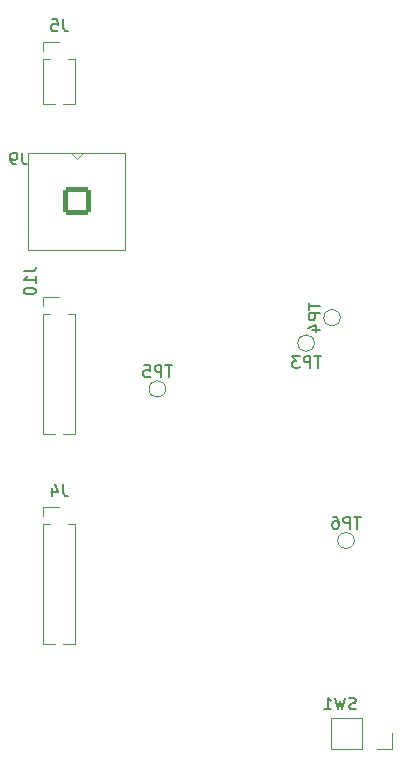
<source format=gbo>
G04 #@! TF.GenerationSoftware,KiCad,Pcbnew,7.0.11-7.0.11~ubuntu23.10.1*
G04 #@! TF.CreationDate,2024-06-16T14:32:52+02:00*
G04 #@! TF.ProjectId,WiRoc_NanoPi,5769526f-635f-44e6-916e-6f50692e6b69,rev?*
G04 #@! TF.SameCoordinates,Original*
G04 #@! TF.FileFunction,Legend,Bot*
G04 #@! TF.FilePolarity,Positive*
%FSLAX46Y46*%
G04 Gerber Fmt 4.6, Leading zero omitted, Abs format (unit mm)*
G04 Created by KiCad (PCBNEW 7.0.11-7.0.11~ubuntu23.10.1) date 2024-06-16 14:32:52*
%MOMM*%
%LPD*%
G01*
G04 APERTURE LIST*
G04 Aperture macros list*
%AMRoundRect*
0 Rectangle with rounded corners*
0 $1 Rounding radius*
0 $2 $3 $4 $5 $6 $7 $8 $9 X,Y pos of 4 corners*
0 Add a 4 corners polygon primitive as box body*
4,1,4,$2,$3,$4,$5,$6,$7,$8,$9,$2,$3,0*
0 Add four circle primitives for the rounded corners*
1,1,$1+$1,$2,$3*
1,1,$1+$1,$4,$5*
1,1,$1+$1,$6,$7*
1,1,$1+$1,$8,$9*
0 Add four rect primitives between the rounded corners*
20,1,$1+$1,$2,$3,$4,$5,0*
20,1,$1+$1,$4,$5,$6,$7,0*
20,1,$1+$1,$6,$7,$8,$9,0*
20,1,$1+$1,$8,$9,$2,$3,0*%
G04 Aperture macros list end*
%ADD10C,0.150000*%
%ADD11C,0.120000*%
%ADD12R,1.700000X1.700000*%
%ADD13O,1.700000X1.700000*%
%ADD14R,1.000000X1.000000*%
%ADD15O,1.000000X1.000000*%
%ADD16C,1.000000*%
%ADD17RoundRect,0.200100X-0.949900X0.949900X-0.949900X-0.949900X0.949900X-0.949900X0.949900X0.949900X0*%
%ADD18C,2.500000*%
G04 APERTURE END LIST*
D10*
X23066819Y34781905D02*
X23066819Y34210477D01*
X24066819Y34496191D02*
X23066819Y34496191D01*
X24066819Y33877143D02*
X23066819Y33877143D01*
X23066819Y33877143D02*
X23066819Y33496191D01*
X23066819Y33496191D02*
X23114438Y33400953D01*
X23114438Y33400953D02*
X23162057Y33353334D01*
X23162057Y33353334D02*
X23257295Y33305715D01*
X23257295Y33305715D02*
X23400152Y33305715D01*
X23400152Y33305715D02*
X23495390Y33353334D01*
X23495390Y33353334D02*
X23543009Y33400953D01*
X23543009Y33400953D02*
X23590628Y33496191D01*
X23590628Y33496191D02*
X23590628Y33877143D01*
X23400152Y32448572D02*
X24066819Y32448572D01*
X23019200Y32686667D02*
X23733485Y32924762D01*
X23733485Y32924762D02*
X23733485Y32305715D01*
X27062072Y407680D02*
X26919215Y360061D01*
X26919215Y360061D02*
X26681120Y360061D01*
X26681120Y360061D02*
X26585882Y407680D01*
X26585882Y407680D02*
X26538263Y455300D01*
X26538263Y455300D02*
X26490644Y550538D01*
X26490644Y550538D02*
X26490644Y645776D01*
X26490644Y645776D02*
X26538263Y741014D01*
X26538263Y741014D02*
X26585882Y788633D01*
X26585882Y788633D02*
X26681120Y836252D01*
X26681120Y836252D02*
X26871596Y883871D01*
X26871596Y883871D02*
X26966834Y931490D01*
X26966834Y931490D02*
X27014453Y979109D01*
X27014453Y979109D02*
X27062072Y1074347D01*
X27062072Y1074347D02*
X27062072Y1169585D01*
X27062072Y1169585D02*
X27014453Y1264823D01*
X27014453Y1264823D02*
X26966834Y1312442D01*
X26966834Y1312442D02*
X26871596Y1360061D01*
X26871596Y1360061D02*
X26633501Y1360061D01*
X26633501Y1360061D02*
X26490644Y1312442D01*
X26157310Y1360061D02*
X25919215Y360061D01*
X25919215Y360061D02*
X25728739Y1074347D01*
X25728739Y1074347D02*
X25538263Y360061D01*
X25538263Y360061D02*
X25300168Y1360061D01*
X24395406Y360061D02*
X24966834Y360061D01*
X24681120Y360061D02*
X24681120Y1360061D01*
X24681120Y1360061D02*
X24776358Y1217204D01*
X24776358Y1217204D02*
X24871596Y1121966D01*
X24871596Y1121966D02*
X24966834Y1074347D01*
X-1166667Y47495181D02*
X-1166667Y46780896D01*
X-1166667Y46780896D02*
X-1119048Y46638039D01*
X-1119048Y46638039D02*
X-1023810Y46542800D01*
X-1023810Y46542800D02*
X-880953Y46495181D01*
X-880953Y46495181D02*
X-785715Y46495181D01*
X-1690477Y46495181D02*
X-1880953Y46495181D01*
X-1880953Y46495181D02*
X-1976191Y46542800D01*
X-1976191Y46542800D02*
X-2023810Y46590420D01*
X-2023810Y46590420D02*
X-2119048Y46733277D01*
X-2119048Y46733277D02*
X-2166667Y46923753D01*
X-2166667Y46923753D02*
X-2166667Y47304705D01*
X-2166667Y47304705D02*
X-2119048Y47399943D01*
X-2119048Y47399943D02*
X-2071429Y47447562D01*
X-2071429Y47447562D02*
X-1976191Y47495181D01*
X-1976191Y47495181D02*
X-1785715Y47495181D01*
X-1785715Y47495181D02*
X-1690477Y47447562D01*
X-1690477Y47447562D02*
X-1642858Y47399943D01*
X-1642858Y47399943D02*
X-1595239Y47304705D01*
X-1595239Y47304705D02*
X-1595239Y47066610D01*
X-1595239Y47066610D02*
X-1642858Y46971372D01*
X-1642858Y46971372D02*
X-1690477Y46923753D01*
X-1690477Y46923753D02*
X-1785715Y46876134D01*
X-1785715Y46876134D02*
X-1976191Y46876134D01*
X-1976191Y46876134D02*
X-2071429Y46923753D01*
X-2071429Y46923753D02*
X-2119048Y46971372D01*
X-2119048Y46971372D02*
X-2166667Y47066610D01*
X24121904Y30263181D02*
X23550476Y30263181D01*
X23836190Y29263181D02*
X23836190Y30263181D01*
X23217142Y29263181D02*
X23217142Y30263181D01*
X23217142Y30263181D02*
X22836190Y30263181D01*
X22836190Y30263181D02*
X22740952Y30215562D01*
X22740952Y30215562D02*
X22693333Y30167943D01*
X22693333Y30167943D02*
X22645714Y30072705D01*
X22645714Y30072705D02*
X22645714Y29929848D01*
X22645714Y29929848D02*
X22693333Y29834610D01*
X22693333Y29834610D02*
X22740952Y29786991D01*
X22740952Y29786991D02*
X22836190Y29739372D01*
X22836190Y29739372D02*
X23217142Y29739372D01*
X22312380Y30263181D02*
X21693333Y30263181D01*
X21693333Y30263181D02*
X22026666Y29882229D01*
X22026666Y29882229D02*
X21883809Y29882229D01*
X21883809Y29882229D02*
X21788571Y29834610D01*
X21788571Y29834610D02*
X21740952Y29786991D01*
X21740952Y29786991D02*
X21693333Y29691753D01*
X21693333Y29691753D02*
X21693333Y29453658D01*
X21693333Y29453658D02*
X21740952Y29358420D01*
X21740952Y29358420D02*
X21788571Y29310800D01*
X21788571Y29310800D02*
X21883809Y29263181D01*
X21883809Y29263181D02*
X22169523Y29263181D01*
X22169523Y29263181D02*
X22264761Y29310800D01*
X22264761Y29310800D02*
X22312380Y29358420D01*
X-1045181Y37449524D02*
X-330896Y37449524D01*
X-330896Y37449524D02*
X-188039Y37497143D01*
X-188039Y37497143D02*
X-92800Y37592381D01*
X-92800Y37592381D02*
X-45181Y37735238D01*
X-45181Y37735238D02*
X-45181Y37830476D01*
X-45181Y36449524D02*
X-45181Y37020952D01*
X-45181Y36735238D02*
X-1045181Y36735238D01*
X-1045181Y36735238D02*
X-902324Y36830476D01*
X-902324Y36830476D02*
X-807086Y36925714D01*
X-807086Y36925714D02*
X-759467Y37020952D01*
X-1045181Y35830476D02*
X-1045181Y35735238D01*
X-1045181Y35735238D02*
X-997562Y35640000D01*
X-997562Y35640000D02*
X-949943Y35592381D01*
X-949943Y35592381D02*
X-854705Y35544762D01*
X-854705Y35544762D02*
X-664229Y35497143D01*
X-664229Y35497143D02*
X-426134Y35497143D01*
X-426134Y35497143D02*
X-235658Y35544762D01*
X-235658Y35544762D02*
X-140420Y35592381D01*
X-140420Y35592381D02*
X-92800Y35640000D01*
X-92800Y35640000D02*
X-45181Y35735238D01*
X-45181Y35735238D02*
X-45181Y35830476D01*
X-45181Y35830476D02*
X-92800Y35925714D01*
X-92800Y35925714D02*
X-140420Y35973333D01*
X-140420Y35973333D02*
X-235658Y36020952D01*
X-235658Y36020952D02*
X-426134Y36068571D01*
X-426134Y36068571D02*
X-664229Y36068571D01*
X-664229Y36068571D02*
X-854705Y36020952D01*
X-854705Y36020952D02*
X-949943Y35973333D01*
X-949943Y35973333D02*
X-997562Y35925714D01*
X-997562Y35925714D02*
X-1045181Y35830476D01*
X2283333Y19405181D02*
X2283333Y18690896D01*
X2283333Y18690896D02*
X2330952Y18548039D01*
X2330952Y18548039D02*
X2426190Y18452800D01*
X2426190Y18452800D02*
X2569047Y18405181D01*
X2569047Y18405181D02*
X2664285Y18405181D01*
X1378571Y19071848D02*
X1378571Y18405181D01*
X1616666Y19452800D02*
X1854761Y18738515D01*
X1854761Y18738515D02*
X1235714Y18738515D01*
X2283333Y58775181D02*
X2283333Y58060896D01*
X2283333Y58060896D02*
X2330952Y57918039D01*
X2330952Y57918039D02*
X2426190Y57822800D01*
X2426190Y57822800D02*
X2569047Y57775181D01*
X2569047Y57775181D02*
X2664285Y57775181D01*
X1330952Y58775181D02*
X1807142Y58775181D01*
X1807142Y58775181D02*
X1854761Y58298991D01*
X1854761Y58298991D02*
X1807142Y58346610D01*
X1807142Y58346610D02*
X1711904Y58394229D01*
X1711904Y58394229D02*
X1473809Y58394229D01*
X1473809Y58394229D02*
X1378571Y58346610D01*
X1378571Y58346610D02*
X1330952Y58298991D01*
X1330952Y58298991D02*
X1283333Y58203753D01*
X1283333Y58203753D02*
X1283333Y57965658D01*
X1283333Y57965658D02*
X1330952Y57870420D01*
X1330952Y57870420D02*
X1378571Y57822800D01*
X1378571Y57822800D02*
X1473809Y57775181D01*
X1473809Y57775181D02*
X1711904Y57775181D01*
X1711904Y57775181D02*
X1807142Y57822800D01*
X1807142Y57822800D02*
X1854761Y57870420D01*
X27500104Y16648981D02*
X26928676Y16648981D01*
X27214390Y15648981D02*
X27214390Y16648981D01*
X26595342Y15648981D02*
X26595342Y16648981D01*
X26595342Y16648981D02*
X26214390Y16648981D01*
X26214390Y16648981D02*
X26119152Y16601362D01*
X26119152Y16601362D02*
X26071533Y16553743D01*
X26071533Y16553743D02*
X26023914Y16458505D01*
X26023914Y16458505D02*
X26023914Y16315648D01*
X26023914Y16315648D02*
X26071533Y16220410D01*
X26071533Y16220410D02*
X26119152Y16172791D01*
X26119152Y16172791D02*
X26214390Y16125172D01*
X26214390Y16125172D02*
X26595342Y16125172D01*
X25166771Y16648981D02*
X25357247Y16648981D01*
X25357247Y16648981D02*
X25452485Y16601362D01*
X25452485Y16601362D02*
X25500104Y16553743D01*
X25500104Y16553743D02*
X25595342Y16410886D01*
X25595342Y16410886D02*
X25642961Y16220410D01*
X25642961Y16220410D02*
X25642961Y15839458D01*
X25642961Y15839458D02*
X25595342Y15744220D01*
X25595342Y15744220D02*
X25547723Y15696600D01*
X25547723Y15696600D02*
X25452485Y15648981D01*
X25452485Y15648981D02*
X25262009Y15648981D01*
X25262009Y15648981D02*
X25166771Y15696600D01*
X25166771Y15696600D02*
X25119152Y15744220D01*
X25119152Y15744220D02*
X25071533Y15839458D01*
X25071533Y15839458D02*
X25071533Y16077553D01*
X25071533Y16077553D02*
X25119152Y16172791D01*
X25119152Y16172791D02*
X25166771Y16220410D01*
X25166771Y16220410D02*
X25262009Y16268029D01*
X25262009Y16268029D02*
X25452485Y16268029D01*
X25452485Y16268029D02*
X25547723Y16220410D01*
X25547723Y16220410D02*
X25595342Y16172791D01*
X25595342Y16172791D02*
X25642961Y16077553D01*
X11523504Y29475981D02*
X10952076Y29475981D01*
X11237790Y28475981D02*
X11237790Y29475981D01*
X10618742Y28475981D02*
X10618742Y29475981D01*
X10618742Y29475981D02*
X10237790Y29475981D01*
X10237790Y29475981D02*
X10142552Y29428362D01*
X10142552Y29428362D02*
X10094933Y29380743D01*
X10094933Y29380743D02*
X10047314Y29285505D01*
X10047314Y29285505D02*
X10047314Y29142648D01*
X10047314Y29142648D02*
X10094933Y29047410D01*
X10094933Y29047410D02*
X10142552Y28999791D01*
X10142552Y28999791D02*
X10237790Y28952172D01*
X10237790Y28952172D02*
X10618742Y28952172D01*
X9142552Y29475981D02*
X9618742Y29475981D01*
X9618742Y29475981D02*
X9666361Y28999791D01*
X9666361Y28999791D02*
X9618742Y29047410D01*
X9618742Y29047410D02*
X9523504Y29095029D01*
X9523504Y29095029D02*
X9285409Y29095029D01*
X9285409Y29095029D02*
X9190171Y29047410D01*
X9190171Y29047410D02*
X9142552Y28999791D01*
X9142552Y28999791D02*
X9094933Y28904553D01*
X9094933Y28904553D02*
X9094933Y28666458D01*
X9094933Y28666458D02*
X9142552Y28571220D01*
X9142552Y28571220D02*
X9190171Y28523600D01*
X9190171Y28523600D02*
X9285409Y28475981D01*
X9285409Y28475981D02*
X9523504Y28475981D01*
X9523504Y28475981D02*
X9618742Y28523600D01*
X9618742Y28523600D02*
X9666361Y28571220D01*
D11*
G04 #@! TO.C,TP4*
X25760000Y33520000D02*
G75*
G03*
X24360000Y33520000I-700000J0D01*
G01*
X24360000Y33520000D02*
G75*
G03*
X25760000Y33520000I700000J0D01*
G01*
G04 #@! TO.C,SW1*
X24960000Y-3000000D02*
X24960000Y-340000D01*
X27560000Y-3000000D02*
X24960000Y-3000000D01*
X27560000Y-3000000D02*
X27560000Y-340000D01*
X28830000Y-3000000D02*
X30160000Y-3000000D01*
X30160000Y-3000000D02*
X30160000Y-1670000D01*
X27560000Y-340000D02*
X24960000Y-340000D01*
G04 #@! TO.C,J9*
X7550000Y47457800D02*
X7550000Y39257800D01*
X3950000Y47457800D02*
X3450000Y46957800D01*
X-650000Y47457800D02*
X7550000Y47457800D01*
X-650000Y47457800D02*
X-650000Y39257800D01*
X3450000Y46957800D02*
X2950000Y47457800D01*
X-650000Y39257800D02*
X7550000Y39257800D01*
G04 #@! TO.C,TP3*
X23560000Y31369000D02*
G75*
G03*
X22160000Y31369000I-700000J0D01*
G01*
X22160000Y31369000D02*
G75*
G03*
X23560000Y31369000I700000J0D01*
G01*
G04 #@! TO.C,J10*
X3280000Y23650000D02*
X2257530Y23650000D01*
X3280000Y33870000D02*
X3280000Y23650000D01*
X3280000Y33870000D02*
X2710000Y33870000D01*
X1950000Y35265000D02*
X620000Y35265000D01*
X1642470Y23650000D02*
X620000Y23650000D01*
X1190000Y33870000D02*
X620000Y33870000D01*
X620000Y33870000D02*
X620000Y23650000D01*
X620000Y35265000D02*
X620000Y34505000D01*
G04 #@! TO.C,J4*
X3280000Y5870000D02*
X2257530Y5870000D01*
X3280000Y16090000D02*
X3280000Y5870000D01*
X3280000Y16090000D02*
X2710000Y16090000D01*
X1950000Y17485000D02*
X620000Y17485000D01*
X1642470Y5870000D02*
X620000Y5870000D01*
X1190000Y16090000D02*
X620000Y16090000D01*
X620000Y16090000D02*
X620000Y5870000D01*
X620000Y17485000D02*
X620000Y16725000D01*
G04 #@! TO.C,J5*
X3280000Y51590000D02*
X2257530Y51590000D01*
X3280000Y55460000D02*
X3280000Y51590000D01*
X3280000Y55460000D02*
X2710000Y55460000D01*
X1950000Y56855000D02*
X620000Y56855000D01*
X1642470Y51590000D02*
X620000Y51590000D01*
X1190000Y55460000D02*
X620000Y55460000D01*
X620000Y55460000D02*
X620000Y51590000D01*
X620000Y56855000D02*
X620000Y56095000D01*
G04 #@! TO.C,TP6*
X26938200Y14655800D02*
G75*
G03*
X25538200Y14655800I-700000J0D01*
G01*
X25538200Y14655800D02*
G75*
G03*
X26938200Y14655800I700000J0D01*
G01*
G04 #@! TO.C,TP5*
X10961600Y27482800D02*
G75*
G03*
X9561600Y27482800I-700000J0D01*
G01*
X9561600Y27482800D02*
G75*
G03*
X10961600Y27482800I700000J0D01*
G01*
G04 #@! TD*
%LPC*%
D12*
G04 #@! TO.C,J6*
X10790000Y-2100000D03*
D13*
X8250000Y-2100000D03*
X5710000Y-2100000D03*
G04 #@! TD*
D12*
G04 #@! TO.C,U2*
X39128000Y63240000D03*
D13*
X39128000Y60700000D03*
X39128000Y58160000D03*
X39128000Y55620000D03*
G04 #@! TD*
D12*
G04 #@! TO.C,J7*
X39570000Y33235000D03*
D13*
X42110000Y33235000D03*
X39570000Y30695000D03*
X42110000Y30695000D03*
X39570000Y28155000D03*
X42110000Y28155000D03*
X39570000Y25615000D03*
X42110000Y25615000D03*
X39570000Y23075000D03*
X42110000Y23075000D03*
X39570000Y20535000D03*
X42110000Y20535000D03*
X39570000Y17995000D03*
X42110000Y17995000D03*
X39570000Y15455000D03*
X42110000Y15455000D03*
X39570000Y12915000D03*
X42110000Y12915000D03*
X39570000Y10375000D03*
X42110000Y10375000D03*
X39570000Y7835000D03*
X42110000Y7835000D03*
X39570000Y5295000D03*
X42110000Y5295000D03*
D12*
X4560000Y33235000D03*
D13*
X4560000Y30695000D03*
X4560000Y28155000D03*
X4560000Y25615000D03*
X4560000Y23075000D03*
X4560000Y20535000D03*
X4560000Y17995000D03*
X4560000Y15455000D03*
X4560000Y12915000D03*
X4560000Y10375000D03*
X4560000Y7835000D03*
X4560000Y5295000D03*
D12*
X7100000Y5295000D03*
D13*
X7100000Y7835000D03*
X7100000Y10375000D03*
X7100000Y12915000D03*
D12*
X7100000Y15455000D03*
D13*
X7100000Y17995000D03*
X7100000Y20535000D03*
X7100000Y23075000D03*
G04 #@! TD*
D14*
G04 #@! TO.C,J8*
X21250000Y60400000D03*
D15*
X22520000Y60400000D03*
X23790000Y60400000D03*
X25060000Y60400000D03*
X26330000Y60400000D03*
X27600000Y60400000D03*
G04 #@! TD*
D14*
G04 #@! TO.C,J1*
X190000Y49000000D03*
D15*
X190000Y50270000D03*
X1460000Y49000000D03*
X1460000Y50270000D03*
X2730000Y49000000D03*
X2730000Y50270000D03*
X4000000Y49000000D03*
X4000000Y50270000D03*
X5270000Y49000000D03*
X5270000Y50270000D03*
G04 #@! TD*
D14*
G04 #@! TO.C,J2*
X8550000Y60400000D03*
D15*
X9820000Y60400000D03*
X11090000Y60400000D03*
X12360000Y60400000D03*
G04 #@! TD*
D16*
G04 #@! TO.C,TP4*
X25060000Y33520000D03*
G04 #@! TD*
D12*
G04 #@! TO.C,SW1*
X28830000Y-1670000D03*
D13*
X26290000Y-1670000D03*
G04 #@! TD*
D17*
G04 #@! TO.C,J9*
X3450000Y43357800D03*
D18*
X5990000Y45897800D03*
X910000Y45897800D03*
X5990000Y40817800D03*
X910000Y40817800D03*
G04 #@! TD*
D16*
G04 #@! TO.C,TP3*
X22860000Y31369000D03*
G04 #@! TD*
D14*
G04 #@! TO.C,J10*
X1950000Y34505000D03*
D15*
X1950000Y33235000D03*
X1950000Y31965000D03*
X1950000Y30695000D03*
X1950000Y29425000D03*
X1950000Y28155000D03*
X1950000Y26885000D03*
X1950000Y25615000D03*
X1950000Y24345000D03*
G04 #@! TD*
D14*
G04 #@! TO.C,J4*
X1950000Y16725000D03*
D15*
X1950000Y15455000D03*
X1950000Y14185000D03*
X1950000Y12915000D03*
X1950000Y11645000D03*
X1950000Y10375000D03*
X1950000Y9105000D03*
X1950000Y7835000D03*
X1950000Y6565000D03*
G04 #@! TD*
D14*
G04 #@! TO.C,J5*
X1950000Y56095000D03*
D15*
X1950000Y54825000D03*
X1950000Y53555000D03*
X1950000Y52285000D03*
G04 #@! TD*
D16*
G04 #@! TO.C,TP6*
X26238200Y14655800D03*
G04 #@! TD*
G04 #@! TO.C,TP5*
X10261600Y27482800D03*
G04 #@! TD*
%LPD*%
M02*

</source>
